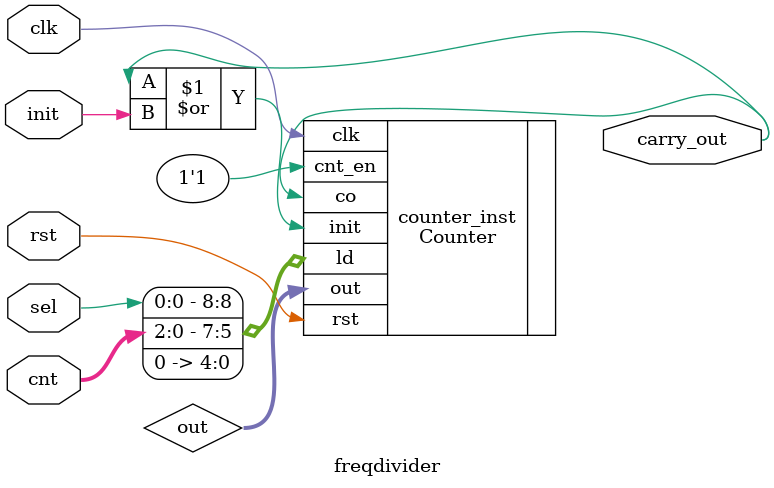
<source format=v>
module freqdivider (
    input clk,
    input rst,
    input wire init,
    input sel,
    input [2:0] cnt,
    output wire carry_out
);
    wire [8:0] out;
    Counter #(.WIDTH(9)) counter_inst (
        .clk(clk),
        .rst(rst),
        .cnt_en(1'b1),
        .init(carry_out | init ),   
        .ld({sel,cnt,5'b0}),      
        .out(out),
        .co(carry_out)
    );

   

endmodule
</source>
